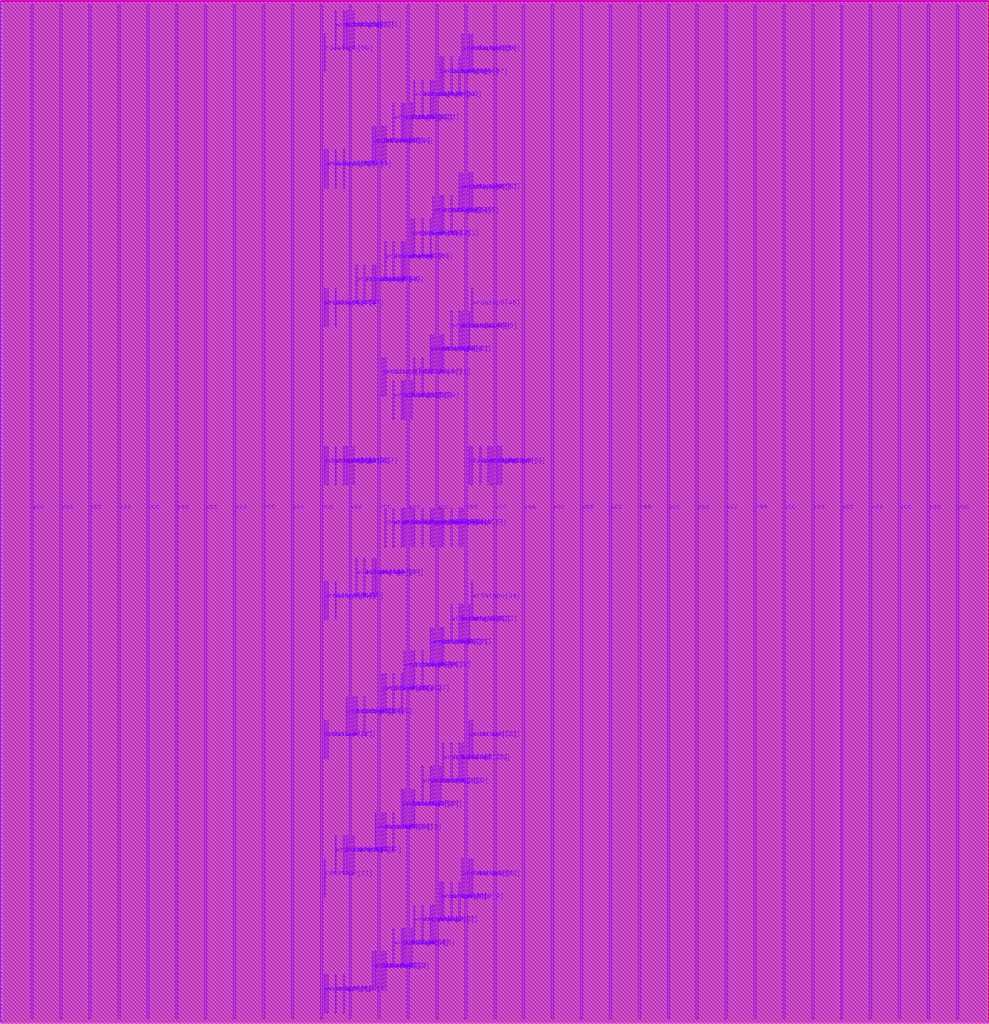
<source format=lef>
VERSION 5.8 ;
BUSBITCHARS "[]" ;
DIVIDERCHAR "/" ;

UNITS
  DATABASE MICRONS 4000 ;
END UNITS

MANUFACTURINGGRID 0.0005 ;

MACRO arf070b144e1r1w0cbbeheaa4acw
  CLASS BLOCK ;
  ORIGIN 0 0 ;
  FOREIGN arf070b144e1r1w0cbbeheaa4acw 0 0 ;
  SIZE 30.6 BY 31.68 ;
  PIN ckrdp0
    DIRECTION INPUT ;
    USE SIGNAL ;
    PORT
      LAYER m7 ;
        RECT 14.484 16.68 14.528 17.88 ;
    END
  END ckrdp0
  PIN ckwrp0
    DIRECTION INPUT ;
    USE SIGNAL ;
    PORT
      LAYER m7 ;
        RECT 11.872 14.76 11.916 15.96 ;
    END
  END ckwrp0
  PIN rdaddrp0[0]
    DIRECTION INPUT ;
    USE SIGNAL ;
    PORT
      LAYER m7 ;
        RECT 15.384 16.68 15.428 17.88 ;
    END
  END rdaddrp0[0]
  PIN rdaddrp0[1]
    DIRECTION INPUT ;
    USE SIGNAL ;
    PORT
      LAYER m7 ;
        RECT 15.472 16.68 15.516 17.88 ;
    END
  END rdaddrp0[1]
  PIN rdaddrp0[2]
    DIRECTION INPUT ;
    USE SIGNAL ;
    PORT
      LAYER m7 ;
        RECT 9.984 16.68 10.028 17.88 ;
    END
  END rdaddrp0[2]
  PIN rdaddrp0[3]
    DIRECTION INPUT ;
    USE SIGNAL ;
    PORT
      LAYER m7 ;
        RECT 10.072 16.68 10.116 17.88 ;
    END
  END rdaddrp0[3]
  PIN rdaddrp0[4]
    DIRECTION INPUT ;
    USE SIGNAL ;
    PORT
      LAYER m7 ;
        RECT 10.328 16.68 10.372 17.88 ;
    END
  END rdaddrp0[4]
  PIN rdaddrp0[5]
    DIRECTION INPUT ;
    USE SIGNAL ;
    PORT
      LAYER m7 ;
        RECT 10.584 16.68 10.628 17.88 ;
    END
  END rdaddrp0[5]
  PIN rdaddrp0[6]
    DIRECTION INPUT ;
    USE SIGNAL ;
    PORT
      LAYER m7 ;
        RECT 10.672 16.68 10.716 17.88 ;
    END
  END rdaddrp0[6]
  PIN rdaddrp0[7]
    DIRECTION INPUT ;
    USE SIGNAL ;
    PORT
      LAYER m7 ;
        RECT 10.884 16.68 10.928 17.88 ;
    END
  END rdaddrp0[7]
  PIN rdaddrp0_fd
    DIRECTION INPUT ;
    USE SIGNAL ;
    PORT
      LAYER m7 ;
        RECT 14.572 16.68 14.616 17.88 ;
    END
  END rdaddrp0_fd
  PIN rdaddrp0_rd
    DIRECTION INPUT ;
    USE SIGNAL ;
    PORT
      LAYER m7 ;
        RECT 14.828 16.68 14.872 17.88 ;
    END
  END rdaddrp0_rd
  PIN rddatap0[0]
    DIRECTION OUTPUT ;
    USE SIGNAL ;
    PORT
      LAYER m7 ;
        RECT 10.328 0.24 10.372 1.44 ;
    END
  END rddatap0[0]
  PIN rddatap0[10]
    DIRECTION OUTPUT ;
    USE SIGNAL ;
    PORT
      LAYER m7 ;
        RECT 14.572 3.84 14.616 5.04 ;
    END
  END rddatap0[10]
  PIN rddatap0[11]
    DIRECTION OUTPUT ;
    USE SIGNAL ;
    PORT
      LAYER m7 ;
        RECT 9.984 3.84 10.028 5.04 ;
    END
  END rddatap0[11]
  PIN rddatap0[12]
    DIRECTION OUTPUT ;
    USE SIGNAL ;
    PORT
      LAYER m7 ;
        RECT 10.672 4.56 10.716 5.76 ;
    END
  END rddatap0[12]
  PIN rddatap0[13]
    DIRECTION OUTPUT ;
    USE SIGNAL ;
    PORT
      LAYER m7 ;
        RECT 10.884 4.56 10.928 5.76 ;
    END
  END rddatap0[13]
  PIN rddatap0[14]
    DIRECTION OUTPUT ;
    USE SIGNAL ;
    PORT
      LAYER m7 ;
        RECT 11.872 5.28 11.916 6.48 ;
    END
  END rddatap0[14]
  PIN rddatap0[15]
    DIRECTION OUTPUT ;
    USE SIGNAL ;
    PORT
      LAYER m7 ;
        RECT 12.128 5.28 12.172 6.48 ;
    END
  END rddatap0[15]
  PIN rddatap0[16]
    DIRECTION OUTPUT ;
    USE SIGNAL ;
    PORT
      LAYER m7 ;
        RECT 12.684 6 12.728 7.2 ;
    END
  END rddatap0[16]
  PIN rddatap0[17]
    DIRECTION OUTPUT ;
    USE SIGNAL ;
    PORT
      LAYER m7 ;
        RECT 12.772 6 12.816 7.2 ;
    END
  END rddatap0[17]
  PIN rddatap0[18]
    DIRECTION OUTPUT ;
    USE SIGNAL ;
    PORT
      LAYER m7 ;
        RECT 13.372 6.72 13.416 7.92 ;
    END
  END rddatap0[18]
  PIN rddatap0[19]
    DIRECTION OUTPUT ;
    USE SIGNAL ;
    PORT
      LAYER m7 ;
        RECT 13.584 6.72 13.628 7.92 ;
    END
  END rddatap0[19]
  PIN rddatap0[1]
    DIRECTION OUTPUT ;
    USE SIGNAL ;
    PORT
      LAYER m7 ;
        RECT 10.584 0.24 10.628 1.44 ;
    END
  END rddatap0[1]
  PIN rddatap0[20]
    DIRECTION OUTPUT ;
    USE SIGNAL ;
    PORT
      LAYER m7 ;
        RECT 14.184 7.44 14.228 8.64 ;
    END
  END rddatap0[20]
  PIN rddatap0[21]
    DIRECTION OUTPUT ;
    USE SIGNAL ;
    PORT
      LAYER m7 ;
        RECT 14.272 7.44 14.316 8.64 ;
    END
  END rddatap0[21]
  PIN rddatap0[22]
    DIRECTION OUTPUT ;
    USE SIGNAL ;
    PORT
      LAYER m7 ;
        RECT 9.984 8.16 10.028 9.36 ;
    END
  END rddatap0[22]
  PIN rddatap0[23]
    DIRECTION OUTPUT ;
    USE SIGNAL ;
    PORT
      LAYER m7 ;
        RECT 10.072 8.16 10.116 9.36 ;
    END
  END rddatap0[23]
  PIN rddatap0[24]
    DIRECTION OUTPUT ;
    USE SIGNAL ;
    PORT
      LAYER m7 ;
        RECT 10.972 8.88 11.016 10.08 ;
    END
  END rddatap0[24]
  PIN rddatap0[25]
    DIRECTION OUTPUT ;
    USE SIGNAL ;
    PORT
      LAYER m7 ;
        RECT 11.228 8.88 11.272 10.08 ;
    END
  END rddatap0[25]
  PIN rddatap0[26]
    DIRECTION OUTPUT ;
    USE SIGNAL ;
    PORT
      LAYER m7 ;
        RECT 12.128 9.6 12.172 10.8 ;
    END
  END rddatap0[26]
  PIN rddatap0[27]
    DIRECTION OUTPUT ;
    USE SIGNAL ;
    PORT
      LAYER m7 ;
        RECT 12.384 9.6 12.428 10.8 ;
    END
  END rddatap0[27]
  PIN rddatap0[28]
    DIRECTION OUTPUT ;
    USE SIGNAL ;
    PORT
      LAYER m7 ;
        RECT 12.772 10.32 12.816 11.52 ;
    END
  END rddatap0[28]
  PIN rddatap0[29]
    DIRECTION OUTPUT ;
    USE SIGNAL ;
    PORT
      LAYER m7 ;
        RECT 13.028 10.32 13.072 11.52 ;
    END
  END rddatap0[29]
  PIN rddatap0[2]
    DIRECTION OUTPUT ;
    USE SIGNAL ;
    PORT
      LAYER m7 ;
        RECT 11.784 0.96 11.828 2.16 ;
    END
  END rddatap0[2]
  PIN rddatap0[30]
    DIRECTION OUTPUT ;
    USE SIGNAL ;
    PORT
      LAYER m7 ;
        RECT 13.584 11.04 13.628 12.24 ;
    END
  END rddatap0[30]
  PIN rddatap0[31]
    DIRECTION OUTPUT ;
    USE SIGNAL ;
    PORT
      LAYER m7 ;
        RECT 13.672 11.04 13.716 12.24 ;
    END
  END rddatap0[31]
  PIN rddatap0[32]
    DIRECTION OUTPUT ;
    USE SIGNAL ;
    PORT
      LAYER m7 ;
        RECT 14.272 11.76 14.316 12.96 ;
    END
  END rddatap0[32]
  PIN rddatap0[33]
    DIRECTION OUTPUT ;
    USE SIGNAL ;
    PORT
      LAYER m7 ;
        RECT 14.484 11.76 14.528 12.96 ;
    END
  END rddatap0[33]
  PIN rddatap0[34]
    DIRECTION OUTPUT ;
    USE SIGNAL ;
    PORT
      LAYER m7 ;
        RECT 10.072 12.48 10.116 13.68 ;
    END
  END rddatap0[34]
  PIN rddatap0[35]
    DIRECTION OUTPUT ;
    USE SIGNAL ;
    PORT
      LAYER m7 ;
        RECT 10.328 12.48 10.372 13.68 ;
    END
  END rddatap0[35]
  PIN rddatap0[36]
    DIRECTION OUTPUT ;
    USE SIGNAL ;
    PORT
      LAYER m7 ;
        RECT 11.484 13.2 11.528 14.4 ;
    END
  END rddatap0[36]
  PIN rddatap0[37]
    DIRECTION OUTPUT ;
    USE SIGNAL ;
    PORT
      LAYER m7 ;
        RECT 11.572 13.2 11.616 14.4 ;
    END
  END rddatap0[37]
  PIN rddatap0[38]
    DIRECTION OUTPUT ;
    USE SIGNAL ;
    PORT
      LAYER m7 ;
        RECT 12.472 18.72 12.516 19.92 ;
    END
  END rddatap0[38]
  PIN rddatap0[39]
    DIRECTION OUTPUT ;
    USE SIGNAL ;
    PORT
      LAYER m7 ;
        RECT 12.684 18.72 12.728 19.92 ;
    END
  END rddatap0[39]
  PIN rddatap0[3]
    DIRECTION OUTPUT ;
    USE SIGNAL ;
    PORT
      LAYER m7 ;
        RECT 11.872 0.96 11.916 2.16 ;
    END
  END rddatap0[3]
  PIN rddatap0[40]
    DIRECTION OUTPUT ;
    USE SIGNAL ;
    PORT
      LAYER m7 ;
        RECT 12.772 19.44 12.816 20.64 ;
    END
  END rddatap0[40]
  PIN rddatap0[41]
    DIRECTION OUTPUT ;
    USE SIGNAL ;
    PORT
      LAYER m7 ;
        RECT 13.028 19.44 13.072 20.64 ;
    END
  END rddatap0[41]
  PIN rddatap0[42]
    DIRECTION OUTPUT ;
    USE SIGNAL ;
    PORT
      LAYER m7 ;
        RECT 13.584 20.16 13.628 21.36 ;
    END
  END rddatap0[42]
  PIN rddatap0[43]
    DIRECTION OUTPUT ;
    USE SIGNAL ;
    PORT
      LAYER m7 ;
        RECT 13.672 20.16 13.716 21.36 ;
    END
  END rddatap0[43]
  PIN rddatap0[44]
    DIRECTION OUTPUT ;
    USE SIGNAL ;
    PORT
      LAYER m7 ;
        RECT 14.272 20.88 14.316 22.08 ;
    END
  END rddatap0[44]
  PIN rddatap0[45]
    DIRECTION OUTPUT ;
    USE SIGNAL ;
    PORT
      LAYER m7 ;
        RECT 14.484 20.88 14.528 22.08 ;
    END
  END rddatap0[45]
  PIN rddatap0[46]
    DIRECTION OUTPUT ;
    USE SIGNAL ;
    PORT
      LAYER m7 ;
        RECT 10.072 21.6 10.116 22.8 ;
    END
  END rddatap0[46]
  PIN rddatap0[47]
    DIRECTION OUTPUT ;
    USE SIGNAL ;
    PORT
      LAYER m7 ;
        RECT 10.328 21.6 10.372 22.8 ;
    END
  END rddatap0[47]
  PIN rddatap0[48]
    DIRECTION OUTPUT ;
    USE SIGNAL ;
    PORT
      LAYER m7 ;
        RECT 11.484 22.32 11.528 23.52 ;
    END
  END rddatap0[48]
  PIN rddatap0[49]
    DIRECTION OUTPUT ;
    USE SIGNAL ;
    PORT
      LAYER m7 ;
        RECT 11.572 22.32 11.616 23.52 ;
    END
  END rddatap0[49]
  PIN rddatap0[4]
    DIRECTION OUTPUT ;
    USE SIGNAL ;
    PORT
      LAYER m7 ;
        RECT 12.472 1.68 12.516 2.88 ;
    END
  END rddatap0[4]
  PIN rddatap0[50]
    DIRECTION OUTPUT ;
    USE SIGNAL ;
    PORT
      LAYER m7 ;
        RECT 12.384 23.04 12.428 24.24 ;
    END
  END rddatap0[50]
  PIN rddatap0[51]
    DIRECTION OUTPUT ;
    USE SIGNAL ;
    PORT
      LAYER m7 ;
        RECT 12.472 23.04 12.516 24.24 ;
    END
  END rddatap0[51]
  PIN rddatap0[52]
    DIRECTION OUTPUT ;
    USE SIGNAL ;
    PORT
      LAYER m7 ;
        RECT 13.028 23.76 13.072 24.96 ;
    END
  END rddatap0[52]
  PIN rddatap0[53]
    DIRECTION OUTPUT ;
    USE SIGNAL ;
    PORT
      LAYER m7 ;
        RECT 13.284 23.76 13.328 24.96 ;
    END
  END rddatap0[53]
  PIN rddatap0[54]
    DIRECTION OUTPUT ;
    USE SIGNAL ;
    PORT
      LAYER m7 ;
        RECT 13.672 24.48 13.716 25.68 ;
    END
  END rddatap0[54]
  PIN rddatap0[55]
    DIRECTION OUTPUT ;
    USE SIGNAL ;
    PORT
      LAYER m7 ;
        RECT 13.928 24.48 13.972 25.68 ;
    END
  END rddatap0[55]
  PIN rddatap0[56]
    DIRECTION OUTPUT ;
    USE SIGNAL ;
    PORT
      LAYER m7 ;
        RECT 14.484 25.2 14.528 26.4 ;
    END
  END rddatap0[56]
  PIN rddatap0[57]
    DIRECTION OUTPUT ;
    USE SIGNAL ;
    PORT
      LAYER m7 ;
        RECT 14.572 25.2 14.616 26.4 ;
    END
  END rddatap0[57]
  PIN rddatap0[58]
    DIRECTION OUTPUT ;
    USE SIGNAL ;
    PORT
      LAYER m7 ;
        RECT 10.328 25.92 10.372 27.12 ;
    END
  END rddatap0[58]
  PIN rddatap0[59]
    DIRECTION OUTPUT ;
    USE SIGNAL ;
    PORT
      LAYER m7 ;
        RECT 10.584 25.92 10.628 27.12 ;
    END
  END rddatap0[59]
  PIN rddatap0[5]
    DIRECTION OUTPUT ;
    USE SIGNAL ;
    PORT
      LAYER m7 ;
        RECT 12.684 1.68 12.728 2.88 ;
    END
  END rddatap0[5]
  PIN rddatap0[60]
    DIRECTION OUTPUT ;
    USE SIGNAL ;
    PORT
      LAYER m7 ;
        RECT 11.784 26.64 11.828 27.84 ;
    END
  END rddatap0[60]
  PIN rddatap0[61]
    DIRECTION OUTPUT ;
    USE SIGNAL ;
    PORT
      LAYER m7 ;
        RECT 11.872 26.64 11.916 27.84 ;
    END
  END rddatap0[61]
  PIN rddatap0[62]
    DIRECTION OUTPUT ;
    USE SIGNAL ;
    PORT
      LAYER m7 ;
        RECT 12.472 27.36 12.516 28.56 ;
    END
  END rddatap0[62]
  PIN rddatap0[63]
    DIRECTION OUTPUT ;
    USE SIGNAL ;
    PORT
      LAYER m7 ;
        RECT 12.684 27.36 12.728 28.56 ;
    END
  END rddatap0[63]
  PIN rddatap0[64]
    DIRECTION OUTPUT ;
    USE SIGNAL ;
    PORT
      LAYER m7 ;
        RECT 13.284 28.08 13.328 29.28 ;
    END
  END rddatap0[64]
  PIN rddatap0[65]
    DIRECTION OUTPUT ;
    USE SIGNAL ;
    PORT
      LAYER m7 ;
        RECT 13.372 28.08 13.416 29.28 ;
    END
  END rddatap0[65]
  PIN rddatap0[66]
    DIRECTION OUTPUT ;
    USE SIGNAL ;
    PORT
      LAYER m7 ;
        RECT 13.928 28.8 13.972 30 ;
    END
  END rddatap0[66]
  PIN rddatap0[67]
    DIRECTION OUTPUT ;
    USE SIGNAL ;
    PORT
      LAYER m7 ;
        RECT 14.184 28.8 14.228 30 ;
    END
  END rddatap0[67]
  PIN rddatap0[68]
    DIRECTION OUTPUT ;
    USE SIGNAL ;
    PORT
      LAYER m7 ;
        RECT 14.572 29.52 14.616 30.72 ;
    END
  END rddatap0[68]
  PIN rddatap0[69]
    DIRECTION OUTPUT ;
    USE SIGNAL ;
    PORT
      LAYER m7 ;
        RECT 9.984 29.52 10.028 30.72 ;
    END
  END rddatap0[69]
  PIN rddatap0[6]
    DIRECTION OUTPUT ;
    USE SIGNAL ;
    PORT
      LAYER m7 ;
        RECT 13.284 2.4 13.328 3.6 ;
    END
  END rddatap0[6]
  PIN rddatap0[70]
    DIRECTION OUTPUT ;
    USE SIGNAL ;
    PORT
      LAYER m7 ;
        RECT 10.672 30.24 10.716 31.44 ;
    END
  END rddatap0[70]
  PIN rddatap0[71]
    DIRECTION OUTPUT ;
    USE SIGNAL ;
    PORT
      LAYER m7 ;
        RECT 10.884 30.24 10.928 31.44 ;
    END
  END rddatap0[71]
  PIN rddatap0[7]
    DIRECTION OUTPUT ;
    USE SIGNAL ;
    PORT
      LAYER m7 ;
        RECT 13.372 2.4 13.416 3.6 ;
    END
  END rddatap0[7]
  PIN rddatap0[8]
    DIRECTION OUTPUT ;
    USE SIGNAL ;
    PORT
      LAYER m7 ;
        RECT 13.928 3.12 13.972 4.32 ;
    END
  END rddatap0[8]
  PIN rddatap0[9]
    DIRECTION OUTPUT ;
    USE SIGNAL ;
    PORT
      LAYER m7 ;
        RECT 14.184 3.12 14.228 4.32 ;
    END
  END rddatap0[9]
  PIN rdenp0
    DIRECTION INPUT ;
    USE SIGNAL ;
    PORT
      LAYER m7 ;
        RECT 15.084 16.68 15.128 17.88 ;
    END
  END rdenp0
  PIN sdl_initp0
    DIRECTION INPUT ;
    USE SIGNAL ;
    PORT
      LAYER m7 ;
        RECT 15.172 16.68 15.216 17.88 ;
    END
  END sdl_initp0
  PIN vcc
    DIRECTION INPUT ;
    USE POWER ;
    PORT
      LAYER m7 ;
        RECT 29.662 0.06 29.738 31.62 ;
    END
    PORT
      LAYER m7 ;
        RECT 27.862 0.06 27.938 31.62 ;
    END
    PORT
      LAYER m7 ;
        RECT 26.062 0.06 26.138 31.62 ;
    END
    PORT
      LAYER m7 ;
        RECT 24.262 0.06 24.338 31.62 ;
    END
    PORT
      LAYER m7 ;
        RECT 22.462 0.06 22.538 31.62 ;
    END
    PORT
      LAYER m7 ;
        RECT 20.662 0.06 20.738 31.62 ;
    END
    PORT
      LAYER m7 ;
        RECT 18.862 0.06 18.938 31.62 ;
    END
    PORT
      LAYER m7 ;
        RECT 17.062 0.06 17.138 31.62 ;
    END
    PORT
      LAYER m7 ;
        RECT 15.262 0.06 15.338 31.62 ;
    END
    PORT
      LAYER m7 ;
        RECT 13.462 0.06 13.538 31.62 ;
    END
    PORT
      LAYER m7 ;
        RECT 11.662 0.06 11.738 31.62 ;
    END
    PORT
      LAYER m7 ;
        RECT 9.862 0.06 9.938 31.62 ;
    END
    PORT
      LAYER m7 ;
        RECT 8.062 0.06 8.138 31.62 ;
    END
    PORT
      LAYER m7 ;
        RECT 6.262 0.06 6.338 31.62 ;
    END
    PORT
      LAYER m7 ;
        RECT 4.462 0.06 4.538 31.62 ;
    END
    PORT
      LAYER m7 ;
        RECT 2.662 0.06 2.738 31.62 ;
    END
    PORT
      LAYER m7 ;
        RECT 0.862 0.06 0.938 31.62 ;
    END
  END vcc
  PIN vss
    DIRECTION INOUT ;
    USE GROUND ;
    PORT
      LAYER m7 ;
        RECT 28.762 0.06 28.838 31.62 ;
    END
    PORT
      LAYER m7 ;
        RECT 26.962 0.06 27.038 31.62 ;
    END
    PORT
      LAYER m7 ;
        RECT 25.162 0.06 25.238 31.62 ;
    END
    PORT
      LAYER m7 ;
        RECT 23.362 0.06 23.438 31.62 ;
    END
    PORT
      LAYER m7 ;
        RECT 21.562 0.06 21.638 31.62 ;
    END
    PORT
      LAYER m7 ;
        RECT 19.762 0.06 19.838 31.62 ;
    END
    PORT
      LAYER m7 ;
        RECT 17.962 0.06 18.038 31.62 ;
    END
    PORT
      LAYER m7 ;
        RECT 16.162 0.06 16.238 31.62 ;
    END
    PORT
      LAYER m7 ;
        RECT 14.362 0.06 14.438 31.62 ;
    END
    PORT
      LAYER m7 ;
        RECT 12.562 0.06 12.638 31.62 ;
    END
    PORT
      LAYER m7 ;
        RECT 10.762 0.06 10.838 31.62 ;
    END
    PORT
      LAYER m7 ;
        RECT 8.962 0.06 9.038 31.62 ;
    END
    PORT
      LAYER m7 ;
        RECT 7.162 0.06 7.238 31.62 ;
    END
    PORT
      LAYER m7 ;
        RECT 5.362 0.06 5.438 31.62 ;
    END
    PORT
      LAYER m7 ;
        RECT 3.562 0.06 3.638 31.62 ;
    END
    PORT
      LAYER m7 ;
        RECT 1.762 0.06 1.838 31.62 ;
    END
  END vss
  PIN wraddrp0[0]
    DIRECTION INPUT ;
    USE SIGNAL ;
    PORT
      LAYER m7 ;
        RECT 13.028 14.76 13.072 15.96 ;
    END
  END wraddrp0[0]
  PIN wraddrp0[1]
    DIRECTION INPUT ;
    USE SIGNAL ;
    PORT
      LAYER m7 ;
        RECT 13.284 14.76 13.328 15.96 ;
    END
  END wraddrp0[1]
  PIN wraddrp0[2]
    DIRECTION INPUT ;
    USE SIGNAL ;
    PORT
      LAYER m7 ;
        RECT 13.372 14.76 13.416 15.96 ;
    END
  END wraddrp0[2]
  PIN wraddrp0[3]
    DIRECTION INPUT ;
    USE SIGNAL ;
    PORT
      LAYER m7 ;
        RECT 13.584 14.76 13.628 15.96 ;
    END
  END wraddrp0[3]
  PIN wraddrp0[4]
    DIRECTION INPUT ;
    USE SIGNAL ;
    PORT
      LAYER m7 ;
        RECT 13.672 14.76 13.716 15.96 ;
    END
  END wraddrp0[4]
  PIN wraddrp0[5]
    DIRECTION INPUT ;
    USE SIGNAL ;
    PORT
      LAYER m7 ;
        RECT 13.928 14.76 13.972 15.96 ;
    END
  END wraddrp0[5]
  PIN wraddrp0[6]
    DIRECTION INPUT ;
    USE SIGNAL ;
    PORT
      LAYER m7 ;
        RECT 14.184 14.76 14.228 15.96 ;
    END
  END wraddrp0[6]
  PIN wraddrp0[7]
    DIRECTION INPUT ;
    USE SIGNAL ;
    PORT
      LAYER m7 ;
        RECT 14.272 14.76 14.316 15.96 ;
    END
  END wraddrp0[7]
  PIN wraddrp0_fd
    DIRECTION INPUT ;
    USE SIGNAL ;
    PORT
      LAYER m7 ;
        RECT 12.128 14.76 12.172 15.96 ;
    END
  END wraddrp0_fd
  PIN wraddrp0_rd
    DIRECTION INPUT ;
    USE SIGNAL ;
    PORT
      LAYER m7 ;
        RECT 12.384 14.76 12.428 15.96 ;
    END
  END wraddrp0_rd
  PIN wrdatap0[0]
    DIRECTION INPUT ;
    USE SIGNAL ;
    PORT
      LAYER m7 ;
        RECT 9.984 0.24 10.028 1.44 ;
    END
  END wrdatap0[0]
  PIN wrdatap0[10]
    DIRECTION INPUT ;
    USE SIGNAL ;
    PORT
      LAYER m7 ;
        RECT 14.272 3.84 14.316 5.04 ;
    END
  END wrdatap0[10]
  PIN wrdatap0[11]
    DIRECTION INPUT ;
    USE SIGNAL ;
    PORT
      LAYER m7 ;
        RECT 14.484 3.84 14.528 5.04 ;
    END
  END wrdatap0[11]
  PIN wrdatap0[12]
    DIRECTION INPUT ;
    USE SIGNAL ;
    PORT
      LAYER m7 ;
        RECT 10.328 4.56 10.372 5.76 ;
    END
  END wrdatap0[12]
  PIN wrdatap0[13]
    DIRECTION INPUT ;
    USE SIGNAL ;
    PORT
      LAYER m7 ;
        RECT 10.584 4.56 10.628 5.76 ;
    END
  END wrdatap0[13]
  PIN wrdatap0[14]
    DIRECTION INPUT ;
    USE SIGNAL ;
    PORT
      LAYER m7 ;
        RECT 11.572 5.28 11.616 6.48 ;
    END
  END wrdatap0[14]
  PIN wrdatap0[15]
    DIRECTION INPUT ;
    USE SIGNAL ;
    PORT
      LAYER m7 ;
        RECT 11.784 5.28 11.828 6.48 ;
    END
  END wrdatap0[15]
  PIN wrdatap0[16]
    DIRECTION INPUT ;
    USE SIGNAL ;
    PORT
      LAYER m7 ;
        RECT 12.384 6 12.428 7.2 ;
    END
  END wrdatap0[16]
  PIN wrdatap0[17]
    DIRECTION INPUT ;
    USE SIGNAL ;
    PORT
      LAYER m7 ;
        RECT 12.472 6 12.516 7.2 ;
    END
  END wrdatap0[17]
  PIN wrdatap0[18]
    DIRECTION INPUT ;
    USE SIGNAL ;
    PORT
      LAYER m7 ;
        RECT 13.028 6.72 13.072 7.92 ;
    END
  END wrdatap0[18]
  PIN wrdatap0[19]
    DIRECTION INPUT ;
    USE SIGNAL ;
    PORT
      LAYER m7 ;
        RECT 13.284 6.72 13.328 7.92 ;
    END
  END wrdatap0[19]
  PIN wrdatap0[1]
    DIRECTION INPUT ;
    USE SIGNAL ;
    PORT
      LAYER m7 ;
        RECT 10.072 0.24 10.116 1.44 ;
    END
  END wrdatap0[1]
  PIN wrdatap0[20]
    DIRECTION INPUT ;
    USE SIGNAL ;
    PORT
      LAYER m7 ;
        RECT 13.672 7.44 13.716 8.64 ;
    END
  END wrdatap0[20]
  PIN wrdatap0[21]
    DIRECTION INPUT ;
    USE SIGNAL ;
    PORT
      LAYER m7 ;
        RECT 13.928 7.44 13.972 8.64 ;
    END
  END wrdatap0[21]
  PIN wrdatap0[22]
    DIRECTION INPUT ;
    USE SIGNAL ;
    PORT
      LAYER m7 ;
        RECT 14.484 8.16 14.528 9.36 ;
    END
  END wrdatap0[22]
  PIN wrdatap0[23]
    DIRECTION INPUT ;
    USE SIGNAL ;
    PORT
      LAYER m7 ;
        RECT 14.572 8.16 14.616 9.36 ;
    END
  END wrdatap0[23]
  PIN wrdatap0[24]
    DIRECTION INPUT ;
    USE SIGNAL ;
    PORT
      LAYER m7 ;
        RECT 10.672 8.88 10.716 10.08 ;
    END
  END wrdatap0[24]
  PIN wrdatap0[25]
    DIRECTION INPUT ;
    USE SIGNAL ;
    PORT
      LAYER m7 ;
        RECT 10.884 8.88 10.928 10.08 ;
    END
  END wrdatap0[25]
  PIN wrdatap0[26]
    DIRECTION INPUT ;
    USE SIGNAL ;
    PORT
      LAYER m7 ;
        RECT 11.784 9.6 11.828 10.8 ;
    END
  END wrdatap0[26]
  PIN wrdatap0[27]
    DIRECTION INPUT ;
    USE SIGNAL ;
    PORT
      LAYER m7 ;
        RECT 11.872 9.6 11.916 10.8 ;
    END
  END wrdatap0[27]
  PIN wrdatap0[28]
    DIRECTION INPUT ;
    USE SIGNAL ;
    PORT
      LAYER m7 ;
        RECT 12.472 10.32 12.516 11.52 ;
    END
  END wrdatap0[28]
  PIN wrdatap0[29]
    DIRECTION INPUT ;
    USE SIGNAL ;
    PORT
      LAYER m7 ;
        RECT 12.684 10.32 12.728 11.52 ;
    END
  END wrdatap0[29]
  PIN wrdatap0[2]
    DIRECTION INPUT ;
    USE SIGNAL ;
    PORT
      LAYER m7 ;
        RECT 11.484 0.96 11.528 2.16 ;
    END
  END wrdatap0[2]
  PIN wrdatap0[30]
    DIRECTION INPUT ;
    USE SIGNAL ;
    PORT
      LAYER m7 ;
        RECT 13.284 11.04 13.328 12.24 ;
    END
  END wrdatap0[30]
  PIN wrdatap0[31]
    DIRECTION INPUT ;
    USE SIGNAL ;
    PORT
      LAYER m7 ;
        RECT 13.372 11.04 13.416 12.24 ;
    END
  END wrdatap0[31]
  PIN wrdatap0[32]
    DIRECTION INPUT ;
    USE SIGNAL ;
    PORT
      LAYER m7 ;
        RECT 13.928 11.76 13.972 12.96 ;
    END
  END wrdatap0[32]
  PIN wrdatap0[33]
    DIRECTION INPUT ;
    USE SIGNAL ;
    PORT
      LAYER m7 ;
        RECT 14.184 11.76 14.228 12.96 ;
    END
  END wrdatap0[33]
  PIN wrdatap0[34]
    DIRECTION INPUT ;
    USE SIGNAL ;
    PORT
      LAYER m7 ;
        RECT 14.572 12.48 14.616 13.68 ;
    END
  END wrdatap0[34]
  PIN wrdatap0[35]
    DIRECTION INPUT ;
    USE SIGNAL ;
    PORT
      LAYER m7 ;
        RECT 9.984 12.48 10.028 13.68 ;
    END
  END wrdatap0[35]
  PIN wrdatap0[36]
    DIRECTION INPUT ;
    USE SIGNAL ;
    PORT
      LAYER m7 ;
        RECT 10.972 13.2 11.016 14.4 ;
    END
  END wrdatap0[36]
  PIN wrdatap0[37]
    DIRECTION INPUT ;
    USE SIGNAL ;
    PORT
      LAYER m7 ;
        RECT 11.228 13.2 11.272 14.4 ;
    END
  END wrdatap0[37]
  PIN wrdatap0[38]
    DIRECTION INPUT ;
    USE SIGNAL ;
    PORT
      LAYER m7 ;
        RECT 12.128 18.72 12.172 19.92 ;
    END
  END wrdatap0[38]
  PIN wrdatap0[39]
    DIRECTION INPUT ;
    USE SIGNAL ;
    PORT
      LAYER m7 ;
        RECT 12.384 18.72 12.428 19.92 ;
    END
  END wrdatap0[39]
  PIN wrdatap0[3]
    DIRECTION INPUT ;
    USE SIGNAL ;
    PORT
      LAYER m7 ;
        RECT 11.572 0.96 11.616 2.16 ;
    END
  END wrdatap0[3]
  PIN wrdatap0[40]
    DIRECTION INPUT ;
    USE SIGNAL ;
    PORT
      LAYER m7 ;
        RECT 11.784 19.44 11.828 20.64 ;
    END
  END wrdatap0[40]
  PIN wrdatap0[41]
    DIRECTION INPUT ;
    USE SIGNAL ;
    PORT
      LAYER m7 ;
        RECT 11.872 19.44 11.916 20.64 ;
    END
  END wrdatap0[41]
  PIN wrdatap0[42]
    DIRECTION INPUT ;
    USE SIGNAL ;
    PORT
      LAYER m7 ;
        RECT 13.284 20.16 13.328 21.36 ;
    END
  END wrdatap0[42]
  PIN wrdatap0[43]
    DIRECTION INPUT ;
    USE SIGNAL ;
    PORT
      LAYER m7 ;
        RECT 13.372 20.16 13.416 21.36 ;
    END
  END wrdatap0[43]
  PIN wrdatap0[44]
    DIRECTION INPUT ;
    USE SIGNAL ;
    PORT
      LAYER m7 ;
        RECT 13.928 20.88 13.972 22.08 ;
    END
  END wrdatap0[44]
  PIN wrdatap0[45]
    DIRECTION INPUT ;
    USE SIGNAL ;
    PORT
      LAYER m7 ;
        RECT 14.184 20.88 14.228 22.08 ;
    END
  END wrdatap0[45]
  PIN wrdatap0[46]
    DIRECTION INPUT ;
    USE SIGNAL ;
    PORT
      LAYER m7 ;
        RECT 14.572 21.6 14.616 22.8 ;
    END
  END wrdatap0[46]
  PIN wrdatap0[47]
    DIRECTION INPUT ;
    USE SIGNAL ;
    PORT
      LAYER m7 ;
        RECT 9.984 21.6 10.028 22.8 ;
    END
  END wrdatap0[47]
  PIN wrdatap0[48]
    DIRECTION INPUT ;
    USE SIGNAL ;
    PORT
      LAYER m7 ;
        RECT 10.972 22.32 11.016 23.52 ;
    END
  END wrdatap0[48]
  PIN wrdatap0[49]
    DIRECTION INPUT ;
    USE SIGNAL ;
    PORT
      LAYER m7 ;
        RECT 11.228 22.32 11.272 23.52 ;
    END
  END wrdatap0[49]
  PIN wrdatap0[4]
    DIRECTION INPUT ;
    USE SIGNAL ;
    PORT
      LAYER m7 ;
        RECT 12.128 1.68 12.172 2.88 ;
    END
  END wrdatap0[4]
  PIN wrdatap0[50]
    DIRECTION INPUT ;
    USE SIGNAL ;
    PORT
      LAYER m7 ;
        RECT 11.872 23.04 11.916 24.24 ;
    END
  END wrdatap0[50]
  PIN wrdatap0[51]
    DIRECTION INPUT ;
    USE SIGNAL ;
    PORT
      LAYER m7 ;
        RECT 12.128 23.04 12.172 24.24 ;
    END
  END wrdatap0[51]
  PIN wrdatap0[52]
    DIRECTION INPUT ;
    USE SIGNAL ;
    PORT
      LAYER m7 ;
        RECT 12.684 23.76 12.728 24.96 ;
    END
  END wrdatap0[52]
  PIN wrdatap0[53]
    DIRECTION INPUT ;
    USE SIGNAL ;
    PORT
      LAYER m7 ;
        RECT 12.772 23.76 12.816 24.96 ;
    END
  END wrdatap0[53]
  PIN wrdatap0[54]
    DIRECTION INPUT ;
    USE SIGNAL ;
    PORT
      LAYER m7 ;
        RECT 13.372 24.48 13.416 25.68 ;
    END
  END wrdatap0[54]
  PIN wrdatap0[55]
    DIRECTION INPUT ;
    USE SIGNAL ;
    PORT
      LAYER m7 ;
        RECT 13.584 24.48 13.628 25.68 ;
    END
  END wrdatap0[55]
  PIN wrdatap0[56]
    DIRECTION INPUT ;
    USE SIGNAL ;
    PORT
      LAYER m7 ;
        RECT 14.184 25.2 14.228 26.4 ;
    END
  END wrdatap0[56]
  PIN wrdatap0[57]
    DIRECTION INPUT ;
    USE SIGNAL ;
    PORT
      LAYER m7 ;
        RECT 14.272 25.2 14.316 26.4 ;
    END
  END wrdatap0[57]
  PIN wrdatap0[58]
    DIRECTION INPUT ;
    USE SIGNAL ;
    PORT
      LAYER m7 ;
        RECT 9.984 25.92 10.028 27.12 ;
    END
  END wrdatap0[58]
  PIN wrdatap0[59]
    DIRECTION INPUT ;
    USE SIGNAL ;
    PORT
      LAYER m7 ;
        RECT 10.072 25.92 10.116 27.12 ;
    END
  END wrdatap0[59]
  PIN wrdatap0[5]
    DIRECTION INPUT ;
    USE SIGNAL ;
    PORT
      LAYER m7 ;
        RECT 12.384 1.68 12.428 2.88 ;
    END
  END wrdatap0[5]
  PIN wrdatap0[60]
    DIRECTION INPUT ;
    USE SIGNAL ;
    PORT
      LAYER m7 ;
        RECT 11.484 26.64 11.528 27.84 ;
    END
  END wrdatap0[60]
  PIN wrdatap0[61]
    DIRECTION INPUT ;
    USE SIGNAL ;
    PORT
      LAYER m7 ;
        RECT 11.572 26.64 11.616 27.84 ;
    END
  END wrdatap0[61]
  PIN wrdatap0[62]
    DIRECTION INPUT ;
    USE SIGNAL ;
    PORT
      LAYER m7 ;
        RECT 12.128 27.36 12.172 28.56 ;
    END
  END wrdatap0[62]
  PIN wrdatap0[63]
    DIRECTION INPUT ;
    USE SIGNAL ;
    PORT
      LAYER m7 ;
        RECT 12.384 27.36 12.428 28.56 ;
    END
  END wrdatap0[63]
  PIN wrdatap0[64]
    DIRECTION INPUT ;
    USE SIGNAL ;
    PORT
      LAYER m7 ;
        RECT 12.772 28.08 12.816 29.28 ;
    END
  END wrdatap0[64]
  PIN wrdatap0[65]
    DIRECTION INPUT ;
    USE SIGNAL ;
    PORT
      LAYER m7 ;
        RECT 13.028 28.08 13.072 29.28 ;
    END
  END wrdatap0[65]
  PIN wrdatap0[66]
    DIRECTION INPUT ;
    USE SIGNAL ;
    PORT
      LAYER m7 ;
        RECT 13.584 28.8 13.628 30 ;
    END
  END wrdatap0[66]
  PIN wrdatap0[67]
    DIRECTION INPUT ;
    USE SIGNAL ;
    PORT
      LAYER m7 ;
        RECT 13.672 28.8 13.716 30 ;
    END
  END wrdatap0[67]
  PIN wrdatap0[68]
    DIRECTION INPUT ;
    USE SIGNAL ;
    PORT
      LAYER m7 ;
        RECT 14.272 29.52 14.316 30.72 ;
    END
  END wrdatap0[68]
  PIN wrdatap0[69]
    DIRECTION INPUT ;
    USE SIGNAL ;
    PORT
      LAYER m7 ;
        RECT 14.484 29.52 14.528 30.72 ;
    END
  END wrdatap0[69]
  PIN wrdatap0[6]
    DIRECTION INPUT ;
    USE SIGNAL ;
    PORT
      LAYER m7 ;
        RECT 12.772 2.4 12.816 3.6 ;
    END
  END wrdatap0[6]
  PIN wrdatap0[70]
    DIRECTION INPUT ;
    USE SIGNAL ;
    PORT
      LAYER m7 ;
        RECT 10.328 30.24 10.372 31.44 ;
    END
  END wrdatap0[70]
  PIN wrdatap0[71]
    DIRECTION INPUT ;
    USE SIGNAL ;
    PORT
      LAYER m7 ;
        RECT 10.584 30.24 10.628 31.44 ;
    END
  END wrdatap0[71]
  PIN wrdatap0[7]
    DIRECTION INPUT ;
    USE SIGNAL ;
    PORT
      LAYER m7 ;
        RECT 13.028 2.4 13.072 3.6 ;
    END
  END wrdatap0[7]
  PIN wrdatap0[8]
    DIRECTION INPUT ;
    USE SIGNAL ;
    PORT
      LAYER m7 ;
        RECT 13.584 3.12 13.628 4.32 ;
    END
  END wrdatap0[8]
  PIN wrdatap0[9]
    DIRECTION INPUT ;
    USE SIGNAL ;
    PORT
      LAYER m7 ;
        RECT 13.672 3.12 13.716 4.32 ;
    END
  END wrdatap0[9]
  PIN wrdatap0_fd
    DIRECTION INPUT ;
    USE SIGNAL ;
    PORT
      LAYER m7 ;
        RECT 12.684 14.76 12.728 15.96 ;
    END
  END wrdatap0_fd
  PIN wrdatap0_rd
    DIRECTION INPUT ;
    USE SIGNAL ;
    PORT
      LAYER m7 ;
        RECT 12.772 14.76 12.816 15.96 ;
    END
  END wrdatap0_rd
  PIN wrenp0
    DIRECTION INPUT ;
    USE SIGNAL ;
    PORT
      LAYER m7 ;
        RECT 12.472 14.76 12.516 15.96 ;
    END
  END wrenp0
  OBS
    LAYER m0 SPACING 0 ;
      RECT 0 0 30.6 31.68 ;
    LAYER m1 SPACING 0 ;
      RECT 0 0 30.6 31.68 ;
    LAYER m2 SPACING 0 ;
      RECT -0.0705 -0.038 30.6705 31.718 ;
    LAYER m3 SPACING 0 ;
      RECT -0.035 -0.07 30.635 31.75 ;
    LAYER m4 SPACING 0 ;
      RECT -0.07 -0.038 30.67 31.718 ;
    LAYER m5 SPACING 0 ;
      RECT -0.059 -0.09 30.659 31.77 ;
    LAYER m6 SPACING 0 ;
      RECT -0.09 -0.062 30.69 31.742 ;
    LAYER m7 SPACING 0 ;
      RECT -0.092 -0.06 30.692 31.74 ;
  END
END arf070b144e1r1w0cbbeheaa4acw
END LIBRARY

</source>
